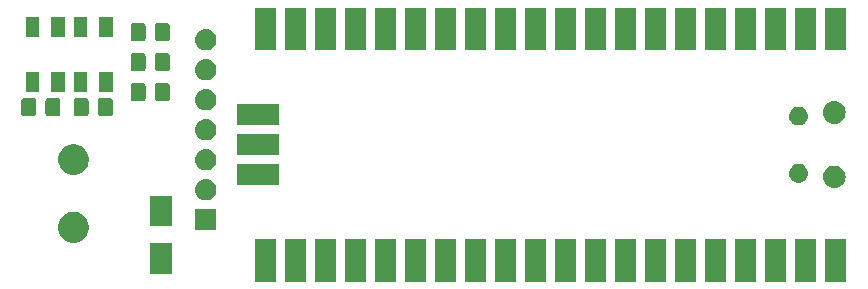
<source format=gbr>
G04 #@! TF.GenerationSoftware,KiCad,Pcbnew,(5.1.4)-1*
G04 #@! TF.CreationDate,2022-10-10T22:46:15+02:00*
G04 #@! TF.ProjectId,PiPico_BCU_Connector,50695069-636f-45f4-9243-555f436f6e6e,V00.04*
G04 #@! TF.SameCoordinates,Original*
G04 #@! TF.FileFunction,Soldermask,Top*
G04 #@! TF.FilePolarity,Negative*
%FSLAX46Y46*%
G04 Gerber Fmt 4.6, Leading zero omitted, Abs format (unit mm)*
G04 Created by KiCad (PCBNEW (5.1.4)-1) date 2022-10-10 22:46:15*
%MOMM*%
%LPD*%
G04 APERTURE LIST*
%ADD10C,0.100000*%
G04 APERTURE END LIST*
D10*
G36*
X162191000Y-90119600D02*
G01*
X162191602Y-90131852D01*
X162195359Y-90170000D01*
X162191602Y-90208148D01*
X162191000Y-90220400D01*
X162191000Y-92871000D01*
X160389000Y-92871000D01*
X160389000Y-90220400D01*
X160388398Y-90208148D01*
X160384641Y-90170000D01*
X160388398Y-90131852D01*
X160389000Y-90119600D01*
X160389000Y-89269000D01*
X162191000Y-89269000D01*
X162191000Y-90119600D01*
X162191000Y-90119600D01*
G37*
G36*
X187591000Y-90119600D02*
G01*
X187591602Y-90131852D01*
X187595359Y-90170000D01*
X187591602Y-90208148D01*
X187591000Y-90220400D01*
X187591000Y-92871000D01*
X185789000Y-92871000D01*
X185789000Y-90220400D01*
X185788398Y-90208148D01*
X185784641Y-90170000D01*
X185788398Y-90131852D01*
X185789000Y-90119600D01*
X185789000Y-89269000D01*
X187591000Y-89269000D01*
X187591000Y-90119600D01*
X187591000Y-90119600D01*
G37*
G36*
X210451000Y-90119600D02*
G01*
X210451602Y-90131852D01*
X210455359Y-90170000D01*
X210451602Y-90208148D01*
X210451000Y-90220400D01*
X210451000Y-92871000D01*
X208649000Y-92871000D01*
X208649000Y-90220400D01*
X208648398Y-90208148D01*
X208644641Y-90170000D01*
X208648398Y-90131852D01*
X208649000Y-90119600D01*
X208649000Y-89269000D01*
X210451000Y-89269000D01*
X210451000Y-90119600D01*
X210451000Y-90119600D01*
G37*
G36*
X205371000Y-92871000D02*
G01*
X203569000Y-92871000D01*
X203569000Y-89269000D01*
X205371000Y-89269000D01*
X205371000Y-92871000D01*
X205371000Y-92871000D01*
G37*
G36*
X202831000Y-90119600D02*
G01*
X202831602Y-90131852D01*
X202835359Y-90170000D01*
X202831602Y-90208148D01*
X202831000Y-90220400D01*
X202831000Y-92871000D01*
X201029000Y-92871000D01*
X201029000Y-90220400D01*
X201028398Y-90208148D01*
X201024641Y-90170000D01*
X201028398Y-90131852D01*
X201029000Y-90119600D01*
X201029000Y-89269000D01*
X202831000Y-89269000D01*
X202831000Y-90119600D01*
X202831000Y-90119600D01*
G37*
G36*
X200291000Y-90119600D02*
G01*
X200291602Y-90131852D01*
X200295359Y-90170000D01*
X200291602Y-90208148D01*
X200291000Y-90220400D01*
X200291000Y-92871000D01*
X198489000Y-92871000D01*
X198489000Y-90220400D01*
X198488398Y-90208148D01*
X198484641Y-90170000D01*
X198488398Y-90131852D01*
X198489000Y-90119600D01*
X198489000Y-89269000D01*
X200291000Y-89269000D01*
X200291000Y-90119600D01*
X200291000Y-90119600D01*
G37*
G36*
X197751000Y-90119600D02*
G01*
X197751602Y-90131852D01*
X197755359Y-90170000D01*
X197751602Y-90208148D01*
X197751000Y-90220400D01*
X197751000Y-92871000D01*
X195949000Y-92871000D01*
X195949000Y-90220400D01*
X195948398Y-90208148D01*
X195944641Y-90170000D01*
X195948398Y-90131852D01*
X195949000Y-90119600D01*
X195949000Y-89269000D01*
X197751000Y-89269000D01*
X197751000Y-90119600D01*
X197751000Y-90119600D01*
G37*
G36*
X195211000Y-90119600D02*
G01*
X195211602Y-90131852D01*
X195215359Y-90170000D01*
X195211602Y-90208148D01*
X195211000Y-90220400D01*
X195211000Y-92871000D01*
X193409000Y-92871000D01*
X193409000Y-90220400D01*
X193408398Y-90208148D01*
X193404641Y-90170000D01*
X193408398Y-90131852D01*
X193409000Y-90119600D01*
X193409000Y-89269000D01*
X195211000Y-89269000D01*
X195211000Y-90119600D01*
X195211000Y-90119600D01*
G37*
G36*
X192671000Y-92871000D02*
G01*
X190869000Y-92871000D01*
X190869000Y-89269000D01*
X192671000Y-89269000D01*
X192671000Y-92871000D01*
X192671000Y-92871000D01*
G37*
G36*
X190131000Y-90119600D02*
G01*
X190131602Y-90131852D01*
X190135359Y-90170000D01*
X190131602Y-90208148D01*
X190131000Y-90220400D01*
X190131000Y-92871000D01*
X188329000Y-92871000D01*
X188329000Y-90220400D01*
X188328398Y-90208148D01*
X188324641Y-90170000D01*
X188328398Y-90131852D01*
X188329000Y-90119600D01*
X188329000Y-89269000D01*
X190131000Y-89269000D01*
X190131000Y-90119600D01*
X190131000Y-90119600D01*
G37*
G36*
X207911000Y-90119600D02*
G01*
X207911602Y-90131852D01*
X207915359Y-90170000D01*
X207911602Y-90208148D01*
X207911000Y-90220400D01*
X207911000Y-92871000D01*
X206109000Y-92871000D01*
X206109000Y-90220400D01*
X206108398Y-90208148D01*
X206104641Y-90170000D01*
X206108398Y-90131852D01*
X206109000Y-90119600D01*
X206109000Y-89269000D01*
X207911000Y-89269000D01*
X207911000Y-90119600D01*
X207911000Y-90119600D01*
G37*
G36*
X182511000Y-90119600D02*
G01*
X182511602Y-90131852D01*
X182515359Y-90170000D01*
X182511602Y-90208148D01*
X182511000Y-90220400D01*
X182511000Y-92871000D01*
X180709000Y-92871000D01*
X180709000Y-90220400D01*
X180708398Y-90208148D01*
X180704641Y-90170000D01*
X180708398Y-90131852D01*
X180709000Y-90119600D01*
X180709000Y-89269000D01*
X182511000Y-89269000D01*
X182511000Y-90119600D01*
X182511000Y-90119600D01*
G37*
G36*
X179971000Y-92871000D02*
G01*
X178169000Y-92871000D01*
X178169000Y-89269000D01*
X179971000Y-89269000D01*
X179971000Y-92871000D01*
X179971000Y-92871000D01*
G37*
G36*
X177431000Y-90119600D02*
G01*
X177431602Y-90131852D01*
X177435359Y-90170000D01*
X177431602Y-90208148D01*
X177431000Y-90220400D01*
X177431000Y-92871000D01*
X175629000Y-92871000D01*
X175629000Y-90220400D01*
X175628398Y-90208148D01*
X175624641Y-90170000D01*
X175628398Y-90131852D01*
X175629000Y-90119600D01*
X175629000Y-89269000D01*
X177431000Y-89269000D01*
X177431000Y-90119600D01*
X177431000Y-90119600D01*
G37*
G36*
X174891000Y-90119600D02*
G01*
X174891602Y-90131852D01*
X174895359Y-90170000D01*
X174891602Y-90208148D01*
X174891000Y-90220400D01*
X174891000Y-92871000D01*
X173089000Y-92871000D01*
X173089000Y-90220400D01*
X173088398Y-90208148D01*
X173084641Y-90170000D01*
X173088398Y-90131852D01*
X173089000Y-90119600D01*
X173089000Y-89269000D01*
X174891000Y-89269000D01*
X174891000Y-90119600D01*
X174891000Y-90119600D01*
G37*
G36*
X172351000Y-90119600D02*
G01*
X172351602Y-90131852D01*
X172355359Y-90170000D01*
X172351602Y-90208148D01*
X172351000Y-90220400D01*
X172351000Y-92871000D01*
X170549000Y-92871000D01*
X170549000Y-90220400D01*
X170548398Y-90208148D01*
X170544641Y-90170000D01*
X170548398Y-90131852D01*
X170549000Y-90119600D01*
X170549000Y-89269000D01*
X172351000Y-89269000D01*
X172351000Y-90119600D01*
X172351000Y-90119600D01*
G37*
G36*
X169811000Y-90119600D02*
G01*
X169811602Y-90131852D01*
X169815359Y-90170000D01*
X169811602Y-90208148D01*
X169811000Y-90220400D01*
X169811000Y-92871000D01*
X168009000Y-92871000D01*
X168009000Y-90220400D01*
X168008398Y-90208148D01*
X168004641Y-90170000D01*
X168008398Y-90131852D01*
X168009000Y-90119600D01*
X168009000Y-89269000D01*
X169811000Y-89269000D01*
X169811000Y-90119600D01*
X169811000Y-90119600D01*
G37*
G36*
X167271000Y-92871000D02*
G01*
X165469000Y-92871000D01*
X165469000Y-89269000D01*
X167271000Y-89269000D01*
X167271000Y-92871000D01*
X167271000Y-92871000D01*
G37*
G36*
X164731000Y-90119600D02*
G01*
X164731602Y-90131852D01*
X164735359Y-90170000D01*
X164731602Y-90208148D01*
X164731000Y-90220400D01*
X164731000Y-92871000D01*
X162929000Y-92871000D01*
X162929000Y-90220400D01*
X162928398Y-90208148D01*
X162924641Y-90170000D01*
X162928398Y-90131852D01*
X162929000Y-90119600D01*
X162929000Y-89269000D01*
X164731000Y-89269000D01*
X164731000Y-90119600D01*
X164731000Y-90119600D01*
G37*
G36*
X185051000Y-90119600D02*
G01*
X185051602Y-90131852D01*
X185055359Y-90170000D01*
X185051602Y-90208148D01*
X185051000Y-90220400D01*
X185051000Y-92871000D01*
X183249000Y-92871000D01*
X183249000Y-90220400D01*
X183248398Y-90208148D01*
X183244641Y-90170000D01*
X183248398Y-90131852D01*
X183249000Y-90119600D01*
X183249000Y-89269000D01*
X185051000Y-89269000D01*
X185051000Y-90119600D01*
X185051000Y-90119600D01*
G37*
G36*
X153351000Y-92201000D02*
G01*
X151449000Y-92201000D01*
X151449000Y-89599000D01*
X153351000Y-89599000D01*
X153351000Y-92201000D01*
X153351000Y-92201000D01*
G37*
G36*
X145394487Y-87023996D02*
G01*
X145631253Y-87122068D01*
X145631255Y-87122069D01*
X145844339Y-87264447D01*
X146025553Y-87445661D01*
X146167932Y-87658747D01*
X146266004Y-87895513D01*
X146316000Y-88146861D01*
X146316000Y-88403139D01*
X146266004Y-88654487D01*
X146167932Y-88891253D01*
X146167931Y-88891255D01*
X146025553Y-89104339D01*
X145844339Y-89285553D01*
X145631255Y-89427931D01*
X145631254Y-89427932D01*
X145631253Y-89427932D01*
X145394487Y-89526004D01*
X145143139Y-89576000D01*
X144886861Y-89576000D01*
X144635513Y-89526004D01*
X144398747Y-89427932D01*
X144398746Y-89427932D01*
X144398745Y-89427931D01*
X144185661Y-89285553D01*
X144004447Y-89104339D01*
X143862069Y-88891255D01*
X143862068Y-88891253D01*
X143763996Y-88654487D01*
X143714000Y-88403139D01*
X143714000Y-88146861D01*
X143763996Y-87895513D01*
X143862068Y-87658747D01*
X144004447Y-87445661D01*
X144185661Y-87264447D01*
X144398745Y-87122069D01*
X144398747Y-87122068D01*
X144635513Y-87023996D01*
X144886861Y-86974000D01*
X145143139Y-86974000D01*
X145394487Y-87023996D01*
X145394487Y-87023996D01*
G37*
G36*
X157111000Y-88531000D02*
G01*
X155309000Y-88531000D01*
X155309000Y-86729000D01*
X157111000Y-86729000D01*
X157111000Y-88531000D01*
X157111000Y-88531000D01*
G37*
G36*
X153351000Y-88201000D02*
G01*
X151449000Y-88201000D01*
X151449000Y-85599000D01*
X153351000Y-85599000D01*
X153351000Y-88201000D01*
X153351000Y-88201000D01*
G37*
G36*
X156320442Y-84195518D02*
G01*
X156386627Y-84202037D01*
X156556466Y-84253557D01*
X156712991Y-84337222D01*
X156748729Y-84366552D01*
X156850186Y-84449814D01*
X156920836Y-84535903D01*
X156962778Y-84587009D01*
X157046443Y-84743534D01*
X157097963Y-84913373D01*
X157115359Y-85090000D01*
X157097963Y-85266627D01*
X157046443Y-85436466D01*
X156962778Y-85592991D01*
X156933448Y-85628729D01*
X156850186Y-85730186D01*
X156748729Y-85813448D01*
X156712991Y-85842778D01*
X156556466Y-85926443D01*
X156386627Y-85977963D01*
X156320442Y-85984482D01*
X156254260Y-85991000D01*
X156165740Y-85991000D01*
X156099558Y-85984482D01*
X156033373Y-85977963D01*
X155863534Y-85926443D01*
X155707009Y-85842778D01*
X155671271Y-85813448D01*
X155569814Y-85730186D01*
X155486552Y-85628729D01*
X155457222Y-85592991D01*
X155373557Y-85436466D01*
X155322037Y-85266627D01*
X155304641Y-85090000D01*
X155322037Y-84913373D01*
X155373557Y-84743534D01*
X155457222Y-84587009D01*
X155499164Y-84535903D01*
X155569814Y-84449814D01*
X155671271Y-84366552D01*
X155707009Y-84337222D01*
X155863534Y-84253557D01*
X156033373Y-84202037D01*
X156099558Y-84195518D01*
X156165740Y-84189000D01*
X156254260Y-84189000D01*
X156320442Y-84195518D01*
X156320442Y-84195518D01*
G37*
G36*
X209606425Y-83067760D02*
G01*
X209606428Y-83067761D01*
X209606429Y-83067761D01*
X209785693Y-83122140D01*
X209785696Y-83122142D01*
X209785697Y-83122142D01*
X209950903Y-83210446D01*
X210095712Y-83329288D01*
X210214554Y-83474097D01*
X210302858Y-83639303D01*
X210302860Y-83639307D01*
X210344326Y-83776003D01*
X210357240Y-83818575D01*
X210375601Y-84005000D01*
X210357240Y-84191425D01*
X210357239Y-84191428D01*
X210357239Y-84191429D01*
X210302860Y-84370693D01*
X210302858Y-84370696D01*
X210302858Y-84370697D01*
X210214554Y-84535903D01*
X210095712Y-84680712D01*
X209950903Y-84799554D01*
X209785697Y-84887858D01*
X209785693Y-84887860D01*
X209606429Y-84942239D01*
X209606428Y-84942239D01*
X209606425Y-84942240D01*
X209466718Y-84956000D01*
X209373282Y-84956000D01*
X209233575Y-84942240D01*
X209233572Y-84942239D01*
X209233571Y-84942239D01*
X209054307Y-84887860D01*
X209054303Y-84887858D01*
X208889097Y-84799554D01*
X208744288Y-84680712D01*
X208625446Y-84535903D01*
X208537142Y-84370697D01*
X208537142Y-84370696D01*
X208537140Y-84370693D01*
X208482761Y-84191429D01*
X208482761Y-84191428D01*
X208482760Y-84191425D01*
X208464399Y-84005000D01*
X208482760Y-83818575D01*
X208495674Y-83776003D01*
X208537140Y-83639307D01*
X208537142Y-83639303D01*
X208625446Y-83474097D01*
X208744288Y-83329288D01*
X208889097Y-83210446D01*
X209054303Y-83122142D01*
X209054304Y-83122142D01*
X209054307Y-83122140D01*
X209233571Y-83067761D01*
X209233572Y-83067761D01*
X209233575Y-83067760D01*
X209373282Y-83054000D01*
X209466718Y-83054000D01*
X209606425Y-83067760D01*
X209606425Y-83067760D01*
G37*
G36*
X162421000Y-83769600D02*
G01*
X162421602Y-83781852D01*
X162425359Y-83820000D01*
X162421602Y-83858148D01*
X162421000Y-83870400D01*
X162421000Y-84721000D01*
X158819000Y-84721000D01*
X158819000Y-82919000D01*
X162421000Y-82919000D01*
X162421000Y-83769600D01*
X162421000Y-83769600D01*
G37*
G36*
X206468571Y-82907863D02*
G01*
X206547023Y-82915590D01*
X206647682Y-82946125D01*
X206698013Y-82961392D01*
X206837165Y-83035771D01*
X206959133Y-83135867D01*
X207059229Y-83257835D01*
X207133608Y-83396987D01*
X207133608Y-83396988D01*
X207179410Y-83547977D01*
X207194875Y-83705000D01*
X207179410Y-83862023D01*
X207148875Y-83962682D01*
X207133608Y-84013013D01*
X207059229Y-84152165D01*
X206959133Y-84274133D01*
X206837165Y-84374229D01*
X206698013Y-84448608D01*
X206659848Y-84460185D01*
X206547023Y-84494410D01*
X206468571Y-84502137D01*
X206429346Y-84506000D01*
X206350654Y-84506000D01*
X206311429Y-84502137D01*
X206232977Y-84494410D01*
X206120152Y-84460185D01*
X206081987Y-84448608D01*
X205942835Y-84374229D01*
X205820867Y-84274133D01*
X205720771Y-84152165D01*
X205646392Y-84013013D01*
X205631125Y-83962682D01*
X205600590Y-83862023D01*
X205585125Y-83705000D01*
X205600590Y-83547977D01*
X205646392Y-83396988D01*
X205646392Y-83396987D01*
X205720771Y-83257835D01*
X205820867Y-83135867D01*
X205942835Y-83035771D01*
X206081987Y-82961392D01*
X206132318Y-82946125D01*
X206232977Y-82915590D01*
X206311429Y-82907863D01*
X206350654Y-82904000D01*
X206429346Y-82904000D01*
X206468571Y-82907863D01*
X206468571Y-82907863D01*
G37*
G36*
X145394487Y-81273996D02*
G01*
X145631253Y-81372068D01*
X145631255Y-81372069D01*
X145844339Y-81514447D01*
X146025553Y-81695661D01*
X146167932Y-81908747D01*
X146266004Y-82145513D01*
X146316000Y-82396861D01*
X146316000Y-82653139D01*
X146266004Y-82904487D01*
X146198374Y-83067760D01*
X146167931Y-83141255D01*
X146025553Y-83354339D01*
X145844339Y-83535553D01*
X145631255Y-83677931D01*
X145631254Y-83677932D01*
X145631253Y-83677932D01*
X145394487Y-83776004D01*
X145143139Y-83826000D01*
X144886861Y-83826000D01*
X144635513Y-83776004D01*
X144398747Y-83677932D01*
X144398746Y-83677932D01*
X144398745Y-83677931D01*
X144185661Y-83535553D01*
X144004447Y-83354339D01*
X143862069Y-83141255D01*
X143831626Y-83067760D01*
X143763996Y-82904487D01*
X143714000Y-82653139D01*
X143714000Y-82396861D01*
X143763996Y-82145513D01*
X143862068Y-81908747D01*
X144004447Y-81695661D01*
X144185661Y-81514447D01*
X144398745Y-81372069D01*
X144398747Y-81372068D01*
X144635513Y-81273996D01*
X144886861Y-81224000D01*
X145143139Y-81224000D01*
X145394487Y-81273996D01*
X145394487Y-81273996D01*
G37*
G36*
X156320443Y-81655519D02*
G01*
X156386627Y-81662037D01*
X156556466Y-81713557D01*
X156712991Y-81797222D01*
X156748729Y-81826552D01*
X156850186Y-81909814D01*
X156933448Y-82011271D01*
X156962778Y-82047009D01*
X157046443Y-82203534D01*
X157097963Y-82373373D01*
X157115359Y-82550000D01*
X157097963Y-82726627D01*
X157046443Y-82896466D01*
X156962778Y-83052991D01*
X156950657Y-83067760D01*
X156850186Y-83190186D01*
X156767754Y-83257835D01*
X156712991Y-83302778D01*
X156556466Y-83386443D01*
X156386627Y-83437963D01*
X156320443Y-83444481D01*
X156254260Y-83451000D01*
X156165740Y-83451000D01*
X156099557Y-83444481D01*
X156033373Y-83437963D01*
X155863534Y-83386443D01*
X155707009Y-83302778D01*
X155652246Y-83257835D01*
X155569814Y-83190186D01*
X155469343Y-83067760D01*
X155457222Y-83052991D01*
X155373557Y-82896466D01*
X155322037Y-82726627D01*
X155304641Y-82550000D01*
X155322037Y-82373373D01*
X155373557Y-82203534D01*
X155457222Y-82047009D01*
X155486552Y-82011271D01*
X155569814Y-81909814D01*
X155671271Y-81826552D01*
X155707009Y-81797222D01*
X155863534Y-81713557D01*
X156033373Y-81662037D01*
X156099557Y-81655519D01*
X156165740Y-81649000D01*
X156254260Y-81649000D01*
X156320443Y-81655519D01*
X156320443Y-81655519D01*
G37*
G36*
X162421000Y-82181000D02*
G01*
X158819000Y-82181000D01*
X158819000Y-80379000D01*
X162421000Y-80379000D01*
X162421000Y-82181000D01*
X162421000Y-82181000D01*
G37*
G36*
X156320443Y-79115519D02*
G01*
X156386627Y-79122037D01*
X156556466Y-79173557D01*
X156712991Y-79257222D01*
X156748729Y-79286552D01*
X156850186Y-79369814D01*
X156933448Y-79471271D01*
X156962778Y-79507009D01*
X157046443Y-79663534D01*
X157097963Y-79833373D01*
X157115359Y-80010000D01*
X157097963Y-80186627D01*
X157046443Y-80356466D01*
X156962778Y-80512991D01*
X156933448Y-80548729D01*
X156850186Y-80650186D01*
X156748729Y-80733448D01*
X156712991Y-80762778D01*
X156556466Y-80846443D01*
X156386627Y-80897963D01*
X156320442Y-80904482D01*
X156254260Y-80911000D01*
X156165740Y-80911000D01*
X156099558Y-80904482D01*
X156033373Y-80897963D01*
X155863534Y-80846443D01*
X155707009Y-80762778D01*
X155671271Y-80733448D01*
X155569814Y-80650186D01*
X155486552Y-80548729D01*
X155457222Y-80512991D01*
X155373557Y-80356466D01*
X155322037Y-80186627D01*
X155304641Y-80010000D01*
X155322037Y-79833373D01*
X155373557Y-79663534D01*
X155457222Y-79507009D01*
X155486552Y-79471271D01*
X155569814Y-79369814D01*
X155671271Y-79286552D01*
X155707009Y-79257222D01*
X155863534Y-79173557D01*
X156033373Y-79122037D01*
X156099557Y-79115519D01*
X156165740Y-79109000D01*
X156254260Y-79109000D01*
X156320443Y-79115519D01*
X156320443Y-79115519D01*
G37*
G36*
X206468571Y-78057863D02*
G01*
X206547023Y-78065590D01*
X206647682Y-78096125D01*
X206698013Y-78111392D01*
X206837165Y-78185771D01*
X206959133Y-78285867D01*
X207059229Y-78407835D01*
X207133608Y-78546987D01*
X207144783Y-78583827D01*
X207179410Y-78697977D01*
X207194875Y-78855000D01*
X207179410Y-79012023D01*
X207156999Y-79085903D01*
X207133608Y-79163013D01*
X207059229Y-79302165D01*
X206959133Y-79424133D01*
X206837165Y-79524229D01*
X206698013Y-79598608D01*
X206647682Y-79613875D01*
X206547023Y-79644410D01*
X206468571Y-79652137D01*
X206429346Y-79656000D01*
X206350654Y-79656000D01*
X206311429Y-79652137D01*
X206232977Y-79644410D01*
X206132318Y-79613875D01*
X206081987Y-79598608D01*
X205942835Y-79524229D01*
X205820867Y-79424133D01*
X205720771Y-79302165D01*
X205646392Y-79163013D01*
X205623001Y-79085903D01*
X205600590Y-79012023D01*
X205585125Y-78855000D01*
X205600590Y-78697977D01*
X205635217Y-78583827D01*
X205646392Y-78546987D01*
X205720771Y-78407835D01*
X205820867Y-78285867D01*
X205942835Y-78185771D01*
X206081987Y-78111392D01*
X206132318Y-78096125D01*
X206232977Y-78065590D01*
X206311429Y-78057863D01*
X206350654Y-78054000D01*
X206429346Y-78054000D01*
X206468571Y-78057863D01*
X206468571Y-78057863D01*
G37*
G36*
X162421000Y-78689600D02*
G01*
X162421602Y-78701852D01*
X162425359Y-78740000D01*
X162421602Y-78778148D01*
X162421000Y-78790400D01*
X162421000Y-79641000D01*
X158819000Y-79641000D01*
X158819000Y-77839000D01*
X162421000Y-77839000D01*
X162421000Y-78689600D01*
X162421000Y-78689600D01*
G37*
G36*
X209606425Y-77617760D02*
G01*
X209606428Y-77617761D01*
X209606429Y-77617761D01*
X209785693Y-77672140D01*
X209785696Y-77672142D01*
X209785697Y-77672142D01*
X209950903Y-77760446D01*
X210095712Y-77879288D01*
X210214554Y-78024097D01*
X210300970Y-78185771D01*
X210302860Y-78189307D01*
X210354021Y-78357963D01*
X210357240Y-78368575D01*
X210375601Y-78555000D01*
X210357240Y-78741425D01*
X210357239Y-78741428D01*
X210357239Y-78741429D01*
X210302860Y-78920693D01*
X210302858Y-78920696D01*
X210302858Y-78920697D01*
X210214554Y-79085903D01*
X210095712Y-79230712D01*
X209950903Y-79349554D01*
X209785697Y-79437858D01*
X209785693Y-79437860D01*
X209606429Y-79492239D01*
X209606428Y-79492239D01*
X209606425Y-79492240D01*
X209466718Y-79506000D01*
X209373282Y-79506000D01*
X209233575Y-79492240D01*
X209233572Y-79492239D01*
X209233571Y-79492239D01*
X209054307Y-79437860D01*
X209054303Y-79437858D01*
X208889097Y-79349554D01*
X208744288Y-79230712D01*
X208625446Y-79085903D01*
X208537142Y-78920697D01*
X208537142Y-78920696D01*
X208537140Y-78920693D01*
X208482761Y-78741429D01*
X208482761Y-78741428D01*
X208482760Y-78741425D01*
X208464399Y-78555000D01*
X208482760Y-78368575D01*
X208485979Y-78357963D01*
X208537140Y-78189307D01*
X208539030Y-78185771D01*
X208625446Y-78024097D01*
X208744288Y-77879288D01*
X208889097Y-77760446D01*
X209054303Y-77672142D01*
X209054304Y-77672142D01*
X209054307Y-77672140D01*
X209233571Y-77617761D01*
X209233572Y-77617761D01*
X209233575Y-77617760D01*
X209373282Y-77604000D01*
X209466718Y-77604000D01*
X209606425Y-77617760D01*
X209606425Y-77617760D01*
G37*
G36*
X148173674Y-77358465D02*
G01*
X148211367Y-77369899D01*
X148246103Y-77388466D01*
X148276548Y-77413452D01*
X148301534Y-77443897D01*
X148320101Y-77478633D01*
X148331535Y-77516326D01*
X148336000Y-77561661D01*
X148336000Y-78648339D01*
X148331535Y-78693674D01*
X148320101Y-78731367D01*
X148301534Y-78766103D01*
X148276548Y-78796548D01*
X148246103Y-78821534D01*
X148211367Y-78840101D01*
X148173674Y-78851535D01*
X148128339Y-78856000D01*
X147291661Y-78856000D01*
X147246326Y-78851535D01*
X147208633Y-78840101D01*
X147173897Y-78821534D01*
X147143452Y-78796548D01*
X147118466Y-78766103D01*
X147099899Y-78731367D01*
X147088465Y-78693674D01*
X147084000Y-78648339D01*
X147084000Y-77561661D01*
X147088465Y-77516326D01*
X147099899Y-77478633D01*
X147118466Y-77443897D01*
X147143452Y-77413452D01*
X147173897Y-77388466D01*
X147208633Y-77369899D01*
X147246326Y-77358465D01*
X147291661Y-77354000D01*
X148128339Y-77354000D01*
X148173674Y-77358465D01*
X148173674Y-77358465D01*
G37*
G36*
X146123674Y-77358465D02*
G01*
X146161367Y-77369899D01*
X146196103Y-77388466D01*
X146226548Y-77413452D01*
X146251534Y-77443897D01*
X146270101Y-77478633D01*
X146281535Y-77516326D01*
X146286000Y-77561661D01*
X146286000Y-78648339D01*
X146281535Y-78693674D01*
X146270101Y-78731367D01*
X146251534Y-78766103D01*
X146226548Y-78796548D01*
X146196103Y-78821534D01*
X146161367Y-78840101D01*
X146123674Y-78851535D01*
X146078339Y-78856000D01*
X145241661Y-78856000D01*
X145196326Y-78851535D01*
X145158633Y-78840101D01*
X145123897Y-78821534D01*
X145093452Y-78796548D01*
X145068466Y-78766103D01*
X145049899Y-78731367D01*
X145038465Y-78693674D01*
X145034000Y-78648339D01*
X145034000Y-77561661D01*
X145038465Y-77516326D01*
X145049899Y-77478633D01*
X145068466Y-77443897D01*
X145093452Y-77413452D01*
X145123897Y-77388466D01*
X145158633Y-77369899D01*
X145196326Y-77358465D01*
X145241661Y-77354000D01*
X146078339Y-77354000D01*
X146123674Y-77358465D01*
X146123674Y-77358465D01*
G37*
G36*
X141678674Y-77358465D02*
G01*
X141716367Y-77369899D01*
X141751103Y-77388466D01*
X141781548Y-77413452D01*
X141806534Y-77443897D01*
X141825101Y-77478633D01*
X141836535Y-77516326D01*
X141841000Y-77561661D01*
X141841000Y-78648339D01*
X141836535Y-78693674D01*
X141825101Y-78731367D01*
X141806534Y-78766103D01*
X141781548Y-78796548D01*
X141751103Y-78821534D01*
X141716367Y-78840101D01*
X141678674Y-78851535D01*
X141633339Y-78856000D01*
X140796661Y-78856000D01*
X140751326Y-78851535D01*
X140713633Y-78840101D01*
X140678897Y-78821534D01*
X140648452Y-78796548D01*
X140623466Y-78766103D01*
X140604899Y-78731367D01*
X140593465Y-78693674D01*
X140589000Y-78648339D01*
X140589000Y-77561661D01*
X140593465Y-77516326D01*
X140604899Y-77478633D01*
X140623466Y-77443897D01*
X140648452Y-77413452D01*
X140678897Y-77388466D01*
X140713633Y-77369899D01*
X140751326Y-77358465D01*
X140796661Y-77354000D01*
X141633339Y-77354000D01*
X141678674Y-77358465D01*
X141678674Y-77358465D01*
G37*
G36*
X143728674Y-77358465D02*
G01*
X143766367Y-77369899D01*
X143801103Y-77388466D01*
X143831548Y-77413452D01*
X143856534Y-77443897D01*
X143875101Y-77478633D01*
X143886535Y-77516326D01*
X143891000Y-77561661D01*
X143891000Y-78648339D01*
X143886535Y-78693674D01*
X143875101Y-78731367D01*
X143856534Y-78766103D01*
X143831548Y-78796548D01*
X143801103Y-78821534D01*
X143766367Y-78840101D01*
X143728674Y-78851535D01*
X143683339Y-78856000D01*
X142846661Y-78856000D01*
X142801326Y-78851535D01*
X142763633Y-78840101D01*
X142728897Y-78821534D01*
X142698452Y-78796548D01*
X142673466Y-78766103D01*
X142654899Y-78731367D01*
X142643465Y-78693674D01*
X142639000Y-78648339D01*
X142639000Y-77561661D01*
X142643465Y-77516326D01*
X142654899Y-77478633D01*
X142673466Y-77443897D01*
X142698452Y-77413452D01*
X142728897Y-77388466D01*
X142763633Y-77369899D01*
X142801326Y-77358465D01*
X142846661Y-77354000D01*
X143683339Y-77354000D01*
X143728674Y-77358465D01*
X143728674Y-77358465D01*
G37*
G36*
X156320443Y-76575519D02*
G01*
X156386627Y-76582037D01*
X156556466Y-76633557D01*
X156712991Y-76717222D01*
X156748729Y-76746552D01*
X156850186Y-76829814D01*
X156933448Y-76931271D01*
X156962778Y-76967009D01*
X157046443Y-77123534D01*
X157097963Y-77293373D01*
X157115359Y-77470000D01*
X157097963Y-77646627D01*
X157046443Y-77816466D01*
X156962778Y-77972991D01*
X156933448Y-78008729D01*
X156850186Y-78110186D01*
X156758084Y-78185771D01*
X156712991Y-78222778D01*
X156556466Y-78306443D01*
X156386627Y-78357963D01*
X156320443Y-78364481D01*
X156254260Y-78371000D01*
X156165740Y-78371000D01*
X156099557Y-78364481D01*
X156033373Y-78357963D01*
X155863534Y-78306443D01*
X155707009Y-78222778D01*
X155661916Y-78185771D01*
X155569814Y-78110186D01*
X155486552Y-78008729D01*
X155457222Y-77972991D01*
X155373557Y-77816466D01*
X155322037Y-77646627D01*
X155304641Y-77470000D01*
X155322037Y-77293373D01*
X155373557Y-77123534D01*
X155457222Y-76967009D01*
X155486552Y-76931271D01*
X155569814Y-76829814D01*
X155671271Y-76746552D01*
X155707009Y-76717222D01*
X155863534Y-76633557D01*
X156033373Y-76582037D01*
X156099557Y-76575519D01*
X156165740Y-76569000D01*
X156254260Y-76569000D01*
X156320443Y-76575519D01*
X156320443Y-76575519D01*
G37*
G36*
X150949674Y-76088465D02*
G01*
X150987367Y-76099899D01*
X151022103Y-76118466D01*
X151052548Y-76143452D01*
X151077534Y-76173897D01*
X151096101Y-76208633D01*
X151107535Y-76246326D01*
X151112000Y-76291661D01*
X151112000Y-77378339D01*
X151107535Y-77423674D01*
X151096101Y-77461367D01*
X151077534Y-77496103D01*
X151052548Y-77526548D01*
X151022103Y-77551534D01*
X150987367Y-77570101D01*
X150949674Y-77581535D01*
X150904339Y-77586000D01*
X150067661Y-77586000D01*
X150022326Y-77581535D01*
X149984633Y-77570101D01*
X149949897Y-77551534D01*
X149919452Y-77526548D01*
X149894466Y-77496103D01*
X149875899Y-77461367D01*
X149864465Y-77423674D01*
X149860000Y-77378339D01*
X149860000Y-76291661D01*
X149864465Y-76246326D01*
X149875899Y-76208633D01*
X149894466Y-76173897D01*
X149919452Y-76143452D01*
X149949897Y-76118466D01*
X149984633Y-76099899D01*
X150022326Y-76088465D01*
X150067661Y-76084000D01*
X150904339Y-76084000D01*
X150949674Y-76088465D01*
X150949674Y-76088465D01*
G37*
G36*
X152999674Y-76088465D02*
G01*
X153037367Y-76099899D01*
X153072103Y-76118466D01*
X153102548Y-76143452D01*
X153127534Y-76173897D01*
X153146101Y-76208633D01*
X153157535Y-76246326D01*
X153162000Y-76291661D01*
X153162000Y-77378339D01*
X153157535Y-77423674D01*
X153146101Y-77461367D01*
X153127534Y-77496103D01*
X153102548Y-77526548D01*
X153072103Y-77551534D01*
X153037367Y-77570101D01*
X152999674Y-77581535D01*
X152954339Y-77586000D01*
X152117661Y-77586000D01*
X152072326Y-77581535D01*
X152034633Y-77570101D01*
X151999897Y-77551534D01*
X151969452Y-77526548D01*
X151944466Y-77496103D01*
X151925899Y-77461367D01*
X151914465Y-77423674D01*
X151910000Y-77378339D01*
X151910000Y-76291661D01*
X151914465Y-76246326D01*
X151925899Y-76208633D01*
X151944466Y-76173897D01*
X151969452Y-76143452D01*
X151999897Y-76118466D01*
X152034633Y-76099899D01*
X152072326Y-76088465D01*
X152117661Y-76084000D01*
X152954339Y-76084000D01*
X152999674Y-76088465D01*
X152999674Y-76088465D01*
G37*
G36*
X142122000Y-76861000D02*
G01*
X140970000Y-76861000D01*
X140970000Y-75159000D01*
X142122000Y-75159000D01*
X142122000Y-76861000D01*
X142122000Y-76861000D01*
G37*
G36*
X144272000Y-76861000D02*
G01*
X143120000Y-76861000D01*
X143120000Y-75159000D01*
X144272000Y-75159000D01*
X144272000Y-76861000D01*
X144272000Y-76861000D01*
G37*
G36*
X148336000Y-76861000D02*
G01*
X147184000Y-76861000D01*
X147184000Y-75159000D01*
X148336000Y-75159000D01*
X148336000Y-76861000D01*
X148336000Y-76861000D01*
G37*
G36*
X146186000Y-76861000D02*
G01*
X145034000Y-76861000D01*
X145034000Y-75159000D01*
X146186000Y-75159000D01*
X146186000Y-76861000D01*
X146186000Y-76861000D01*
G37*
G36*
X156320442Y-74035518D02*
G01*
X156386627Y-74042037D01*
X156556466Y-74093557D01*
X156712991Y-74177222D01*
X156748729Y-74206552D01*
X156850186Y-74289814D01*
X156933448Y-74391271D01*
X156962778Y-74427009D01*
X157046443Y-74583534D01*
X157097963Y-74753373D01*
X157115359Y-74930000D01*
X157097963Y-75106627D01*
X157046443Y-75276466D01*
X156962778Y-75432991D01*
X156933448Y-75468729D01*
X156850186Y-75570186D01*
X156748729Y-75653448D01*
X156712991Y-75682778D01*
X156556466Y-75766443D01*
X156386627Y-75817963D01*
X156320442Y-75824482D01*
X156254260Y-75831000D01*
X156165740Y-75831000D01*
X156099558Y-75824482D01*
X156033373Y-75817963D01*
X155863534Y-75766443D01*
X155707009Y-75682778D01*
X155671271Y-75653448D01*
X155569814Y-75570186D01*
X155486552Y-75468729D01*
X155457222Y-75432991D01*
X155373557Y-75276466D01*
X155322037Y-75106627D01*
X155304641Y-74930000D01*
X155322037Y-74753373D01*
X155373557Y-74583534D01*
X155457222Y-74427009D01*
X155486552Y-74391271D01*
X155569814Y-74289814D01*
X155671271Y-74206552D01*
X155707009Y-74177222D01*
X155863534Y-74093557D01*
X156033373Y-74042037D01*
X156099558Y-74035518D01*
X156165740Y-74029000D01*
X156254260Y-74029000D01*
X156320442Y-74035518D01*
X156320442Y-74035518D01*
G37*
G36*
X152999674Y-73548465D02*
G01*
X153037367Y-73559899D01*
X153072103Y-73578466D01*
X153102548Y-73603452D01*
X153127534Y-73633897D01*
X153146101Y-73668633D01*
X153157535Y-73706326D01*
X153162000Y-73751661D01*
X153162000Y-74838339D01*
X153157535Y-74883674D01*
X153146101Y-74921367D01*
X153127534Y-74956103D01*
X153102548Y-74986548D01*
X153072103Y-75011534D01*
X153037367Y-75030101D01*
X152999674Y-75041535D01*
X152954339Y-75046000D01*
X152117661Y-75046000D01*
X152072326Y-75041535D01*
X152034633Y-75030101D01*
X151999897Y-75011534D01*
X151969452Y-74986548D01*
X151944466Y-74956103D01*
X151925899Y-74921367D01*
X151914465Y-74883674D01*
X151910000Y-74838339D01*
X151910000Y-73751661D01*
X151914465Y-73706326D01*
X151925899Y-73668633D01*
X151944466Y-73633897D01*
X151969452Y-73603452D01*
X151999897Y-73578466D01*
X152034633Y-73559899D01*
X152072326Y-73548465D01*
X152117661Y-73544000D01*
X152954339Y-73544000D01*
X152999674Y-73548465D01*
X152999674Y-73548465D01*
G37*
G36*
X150949674Y-73548465D02*
G01*
X150987367Y-73559899D01*
X151022103Y-73578466D01*
X151052548Y-73603452D01*
X151077534Y-73633897D01*
X151096101Y-73668633D01*
X151107535Y-73706326D01*
X151112000Y-73751661D01*
X151112000Y-74838339D01*
X151107535Y-74883674D01*
X151096101Y-74921367D01*
X151077534Y-74956103D01*
X151052548Y-74986548D01*
X151022103Y-75011534D01*
X150987367Y-75030101D01*
X150949674Y-75041535D01*
X150904339Y-75046000D01*
X150067661Y-75046000D01*
X150022326Y-75041535D01*
X149984633Y-75030101D01*
X149949897Y-75011534D01*
X149919452Y-74986548D01*
X149894466Y-74956103D01*
X149875899Y-74921367D01*
X149864465Y-74883674D01*
X149860000Y-74838339D01*
X149860000Y-73751661D01*
X149864465Y-73706326D01*
X149875899Y-73668633D01*
X149894466Y-73633897D01*
X149919452Y-73603452D01*
X149949897Y-73578466D01*
X149984633Y-73559899D01*
X150022326Y-73548465D01*
X150067661Y-73544000D01*
X150904339Y-73544000D01*
X150949674Y-73548465D01*
X150949674Y-73548465D01*
G37*
G36*
X169811000Y-72339600D02*
G01*
X169811602Y-72351852D01*
X169815359Y-72390000D01*
X169811602Y-72428148D01*
X169811000Y-72440400D01*
X169811000Y-73291000D01*
X168009000Y-73291000D01*
X168009000Y-72440400D01*
X168008398Y-72428148D01*
X168004641Y-72390000D01*
X168008398Y-72351852D01*
X168009000Y-72339600D01*
X168009000Y-69689000D01*
X169811000Y-69689000D01*
X169811000Y-72339600D01*
X169811000Y-72339600D01*
G37*
G36*
X162191000Y-72339600D02*
G01*
X162191602Y-72351852D01*
X162195359Y-72390000D01*
X162191602Y-72428148D01*
X162191000Y-72440400D01*
X162191000Y-73291000D01*
X160389000Y-73291000D01*
X160389000Y-72440400D01*
X160388398Y-72428148D01*
X160384641Y-72390000D01*
X160388398Y-72351852D01*
X160389000Y-72339600D01*
X160389000Y-69689000D01*
X162191000Y-69689000D01*
X162191000Y-72339600D01*
X162191000Y-72339600D01*
G37*
G36*
X167271000Y-73291000D02*
G01*
X165469000Y-73291000D01*
X165469000Y-69689000D01*
X167271000Y-69689000D01*
X167271000Y-73291000D01*
X167271000Y-73291000D01*
G37*
G36*
X156320443Y-71495519D02*
G01*
X156386627Y-71502037D01*
X156556466Y-71553557D01*
X156712991Y-71637222D01*
X156748729Y-71666552D01*
X156850186Y-71749814D01*
X156933448Y-71851271D01*
X156962778Y-71887009D01*
X157046443Y-72043534D01*
X157097963Y-72213373D01*
X157115359Y-72390000D01*
X157097963Y-72566627D01*
X157046443Y-72736466D01*
X156962778Y-72892991D01*
X156933448Y-72928729D01*
X156850186Y-73030186D01*
X156748729Y-73113448D01*
X156712991Y-73142778D01*
X156556466Y-73226443D01*
X156386627Y-73277963D01*
X156320443Y-73284481D01*
X156254260Y-73291000D01*
X156165740Y-73291000D01*
X156099557Y-73284481D01*
X156033373Y-73277963D01*
X155863534Y-73226443D01*
X155707009Y-73142778D01*
X155671271Y-73113448D01*
X155569814Y-73030186D01*
X155486552Y-72928729D01*
X155457222Y-72892991D01*
X155373557Y-72736466D01*
X155322037Y-72566627D01*
X155304641Y-72390000D01*
X155322037Y-72213373D01*
X155373557Y-72043534D01*
X155457222Y-71887009D01*
X155486552Y-71851271D01*
X155569814Y-71749814D01*
X155671271Y-71666552D01*
X155707009Y-71637222D01*
X155863534Y-71553557D01*
X156033373Y-71502037D01*
X156099557Y-71495519D01*
X156165740Y-71489000D01*
X156254260Y-71489000D01*
X156320443Y-71495519D01*
X156320443Y-71495519D01*
G37*
G36*
X210451000Y-72339600D02*
G01*
X210451602Y-72351852D01*
X210455359Y-72390000D01*
X210451602Y-72428148D01*
X210451000Y-72440400D01*
X210451000Y-73291000D01*
X208649000Y-73291000D01*
X208649000Y-72440400D01*
X208648398Y-72428148D01*
X208644641Y-72390000D01*
X208648398Y-72351852D01*
X208649000Y-72339600D01*
X208649000Y-69689000D01*
X210451000Y-69689000D01*
X210451000Y-72339600D01*
X210451000Y-72339600D01*
G37*
G36*
X207911000Y-72339600D02*
G01*
X207911602Y-72351852D01*
X207915359Y-72390000D01*
X207911602Y-72428148D01*
X207911000Y-72440400D01*
X207911000Y-73291000D01*
X206109000Y-73291000D01*
X206109000Y-72440400D01*
X206108398Y-72428148D01*
X206104641Y-72390000D01*
X206108398Y-72351852D01*
X206109000Y-72339600D01*
X206109000Y-69689000D01*
X207911000Y-69689000D01*
X207911000Y-72339600D01*
X207911000Y-72339600D01*
G37*
G36*
X205371000Y-73291000D02*
G01*
X203569000Y-73291000D01*
X203569000Y-69689000D01*
X205371000Y-69689000D01*
X205371000Y-73291000D01*
X205371000Y-73291000D01*
G37*
G36*
X202831000Y-72339600D02*
G01*
X202831602Y-72351852D01*
X202835359Y-72390000D01*
X202831602Y-72428148D01*
X202831000Y-72440400D01*
X202831000Y-73291000D01*
X201029000Y-73291000D01*
X201029000Y-72440400D01*
X201028398Y-72428148D01*
X201024641Y-72390000D01*
X201028398Y-72351852D01*
X201029000Y-72339600D01*
X201029000Y-69689000D01*
X202831000Y-69689000D01*
X202831000Y-72339600D01*
X202831000Y-72339600D01*
G37*
G36*
X174891000Y-72339600D02*
G01*
X174891602Y-72351852D01*
X174895359Y-72390000D01*
X174891602Y-72428148D01*
X174891000Y-72440400D01*
X174891000Y-73291000D01*
X173089000Y-73291000D01*
X173089000Y-72440400D01*
X173088398Y-72428148D01*
X173084641Y-72390000D01*
X173088398Y-72351852D01*
X173089000Y-72339600D01*
X173089000Y-69689000D01*
X174891000Y-69689000D01*
X174891000Y-72339600D01*
X174891000Y-72339600D01*
G37*
G36*
X172351000Y-72339600D02*
G01*
X172351602Y-72351852D01*
X172355359Y-72390000D01*
X172351602Y-72428148D01*
X172351000Y-72440400D01*
X172351000Y-73291000D01*
X170549000Y-73291000D01*
X170549000Y-72440400D01*
X170548398Y-72428148D01*
X170544641Y-72390000D01*
X170548398Y-72351852D01*
X170549000Y-72339600D01*
X170549000Y-69689000D01*
X172351000Y-69689000D01*
X172351000Y-72339600D01*
X172351000Y-72339600D01*
G37*
G36*
X164731000Y-72339600D02*
G01*
X164731602Y-72351852D01*
X164735359Y-72390000D01*
X164731602Y-72428148D01*
X164731000Y-72440400D01*
X164731000Y-73291000D01*
X162929000Y-73291000D01*
X162929000Y-72440400D01*
X162928398Y-72428148D01*
X162924641Y-72390000D01*
X162928398Y-72351852D01*
X162929000Y-72339600D01*
X162929000Y-69689000D01*
X164731000Y-69689000D01*
X164731000Y-72339600D01*
X164731000Y-72339600D01*
G37*
G36*
X177431000Y-72339600D02*
G01*
X177431602Y-72351852D01*
X177435359Y-72390000D01*
X177431602Y-72428148D01*
X177431000Y-72440400D01*
X177431000Y-73291000D01*
X175629000Y-73291000D01*
X175629000Y-72440400D01*
X175628398Y-72428148D01*
X175624641Y-72390000D01*
X175628398Y-72351852D01*
X175629000Y-72339600D01*
X175629000Y-69689000D01*
X177431000Y-69689000D01*
X177431000Y-72339600D01*
X177431000Y-72339600D01*
G37*
G36*
X179971000Y-73291000D02*
G01*
X178169000Y-73291000D01*
X178169000Y-69689000D01*
X179971000Y-69689000D01*
X179971000Y-73291000D01*
X179971000Y-73291000D01*
G37*
G36*
X182511000Y-72339600D02*
G01*
X182511602Y-72351852D01*
X182515359Y-72390000D01*
X182511602Y-72428148D01*
X182511000Y-72440400D01*
X182511000Y-73291000D01*
X180709000Y-73291000D01*
X180709000Y-72440400D01*
X180708398Y-72428148D01*
X180704641Y-72390000D01*
X180708398Y-72351852D01*
X180709000Y-72339600D01*
X180709000Y-69689000D01*
X182511000Y-69689000D01*
X182511000Y-72339600D01*
X182511000Y-72339600D01*
G37*
G36*
X187591000Y-72339600D02*
G01*
X187591602Y-72351852D01*
X187595359Y-72390000D01*
X187591602Y-72428148D01*
X187591000Y-72440400D01*
X187591000Y-73291000D01*
X185789000Y-73291000D01*
X185789000Y-72440400D01*
X185788398Y-72428148D01*
X185784641Y-72390000D01*
X185788398Y-72351852D01*
X185789000Y-72339600D01*
X185789000Y-69689000D01*
X187591000Y-69689000D01*
X187591000Y-72339600D01*
X187591000Y-72339600D01*
G37*
G36*
X190131000Y-72339600D02*
G01*
X190131602Y-72351852D01*
X190135359Y-72390000D01*
X190131602Y-72428148D01*
X190131000Y-72440400D01*
X190131000Y-73291000D01*
X188329000Y-73291000D01*
X188329000Y-72440400D01*
X188328398Y-72428148D01*
X188324641Y-72390000D01*
X188328398Y-72351852D01*
X188329000Y-72339600D01*
X188329000Y-69689000D01*
X190131000Y-69689000D01*
X190131000Y-72339600D01*
X190131000Y-72339600D01*
G37*
G36*
X192671000Y-73291000D02*
G01*
X190869000Y-73291000D01*
X190869000Y-69689000D01*
X192671000Y-69689000D01*
X192671000Y-73291000D01*
X192671000Y-73291000D01*
G37*
G36*
X195211000Y-72339600D02*
G01*
X195211602Y-72351852D01*
X195215359Y-72390000D01*
X195211602Y-72428148D01*
X195211000Y-72440400D01*
X195211000Y-73291000D01*
X193409000Y-73291000D01*
X193409000Y-72440400D01*
X193408398Y-72428148D01*
X193404641Y-72390000D01*
X193408398Y-72351852D01*
X193409000Y-72339600D01*
X193409000Y-69689000D01*
X195211000Y-69689000D01*
X195211000Y-72339600D01*
X195211000Y-72339600D01*
G37*
G36*
X185051000Y-72339600D02*
G01*
X185051602Y-72351852D01*
X185055359Y-72390000D01*
X185051602Y-72428148D01*
X185051000Y-72440400D01*
X185051000Y-73291000D01*
X183249000Y-73291000D01*
X183249000Y-72440400D01*
X183248398Y-72428148D01*
X183244641Y-72390000D01*
X183248398Y-72351852D01*
X183249000Y-72339600D01*
X183249000Y-69689000D01*
X185051000Y-69689000D01*
X185051000Y-72339600D01*
X185051000Y-72339600D01*
G37*
G36*
X200291000Y-72339600D02*
G01*
X200291602Y-72351852D01*
X200295359Y-72390000D01*
X200291602Y-72428148D01*
X200291000Y-72440400D01*
X200291000Y-73291000D01*
X198489000Y-73291000D01*
X198489000Y-72440400D01*
X198488398Y-72428148D01*
X198484641Y-72390000D01*
X198488398Y-72351852D01*
X198489000Y-72339600D01*
X198489000Y-69689000D01*
X200291000Y-69689000D01*
X200291000Y-72339600D01*
X200291000Y-72339600D01*
G37*
G36*
X197751000Y-72339600D02*
G01*
X197751602Y-72351852D01*
X197755359Y-72390000D01*
X197751602Y-72428148D01*
X197751000Y-72440400D01*
X197751000Y-73291000D01*
X195949000Y-73291000D01*
X195949000Y-72440400D01*
X195948398Y-72428148D01*
X195944641Y-72390000D01*
X195948398Y-72351852D01*
X195949000Y-72339600D01*
X195949000Y-69689000D01*
X197751000Y-69689000D01*
X197751000Y-72339600D01*
X197751000Y-72339600D01*
G37*
G36*
X150949674Y-71008465D02*
G01*
X150987367Y-71019899D01*
X151022103Y-71038466D01*
X151052548Y-71063452D01*
X151077534Y-71093897D01*
X151096101Y-71128633D01*
X151107535Y-71166326D01*
X151112000Y-71211661D01*
X151112000Y-72298339D01*
X151107535Y-72343674D01*
X151096101Y-72381367D01*
X151077534Y-72416103D01*
X151052548Y-72446548D01*
X151022103Y-72471534D01*
X150987367Y-72490101D01*
X150949674Y-72501535D01*
X150904339Y-72506000D01*
X150067661Y-72506000D01*
X150022326Y-72501535D01*
X149984633Y-72490101D01*
X149949897Y-72471534D01*
X149919452Y-72446548D01*
X149894466Y-72416103D01*
X149875899Y-72381367D01*
X149864465Y-72343674D01*
X149860000Y-72298339D01*
X149860000Y-71211661D01*
X149864465Y-71166326D01*
X149875899Y-71128633D01*
X149894466Y-71093897D01*
X149919452Y-71063452D01*
X149949897Y-71038466D01*
X149984633Y-71019899D01*
X150022326Y-71008465D01*
X150067661Y-71004000D01*
X150904339Y-71004000D01*
X150949674Y-71008465D01*
X150949674Y-71008465D01*
G37*
G36*
X152999674Y-71008465D02*
G01*
X153037367Y-71019899D01*
X153072103Y-71038466D01*
X153102548Y-71063452D01*
X153127534Y-71093897D01*
X153146101Y-71128633D01*
X153157535Y-71166326D01*
X153162000Y-71211661D01*
X153162000Y-72298339D01*
X153157535Y-72343674D01*
X153146101Y-72381367D01*
X153127534Y-72416103D01*
X153102548Y-72446548D01*
X153072103Y-72471534D01*
X153037367Y-72490101D01*
X152999674Y-72501535D01*
X152954339Y-72506000D01*
X152117661Y-72506000D01*
X152072326Y-72501535D01*
X152034633Y-72490101D01*
X151999897Y-72471534D01*
X151969452Y-72446548D01*
X151944466Y-72416103D01*
X151925899Y-72381367D01*
X151914465Y-72343674D01*
X151910000Y-72298339D01*
X151910000Y-71211661D01*
X151914465Y-71166326D01*
X151925899Y-71128633D01*
X151944466Y-71093897D01*
X151969452Y-71063452D01*
X151999897Y-71038466D01*
X152034633Y-71019899D01*
X152072326Y-71008465D01*
X152117661Y-71004000D01*
X152954339Y-71004000D01*
X152999674Y-71008465D01*
X152999674Y-71008465D01*
G37*
G36*
X148336000Y-72161000D02*
G01*
X147184000Y-72161000D01*
X147184000Y-70459000D01*
X148336000Y-70459000D01*
X148336000Y-72161000D01*
X148336000Y-72161000D01*
G37*
G36*
X142122000Y-72161000D02*
G01*
X140970000Y-72161000D01*
X140970000Y-70459000D01*
X142122000Y-70459000D01*
X142122000Y-72161000D01*
X142122000Y-72161000D01*
G37*
G36*
X144272000Y-72161000D02*
G01*
X143120000Y-72161000D01*
X143120000Y-70459000D01*
X144272000Y-70459000D01*
X144272000Y-72161000D01*
X144272000Y-72161000D01*
G37*
G36*
X146186000Y-72161000D02*
G01*
X145034000Y-72161000D01*
X145034000Y-70459000D01*
X146186000Y-70459000D01*
X146186000Y-72161000D01*
X146186000Y-72161000D01*
G37*
M02*

</source>
